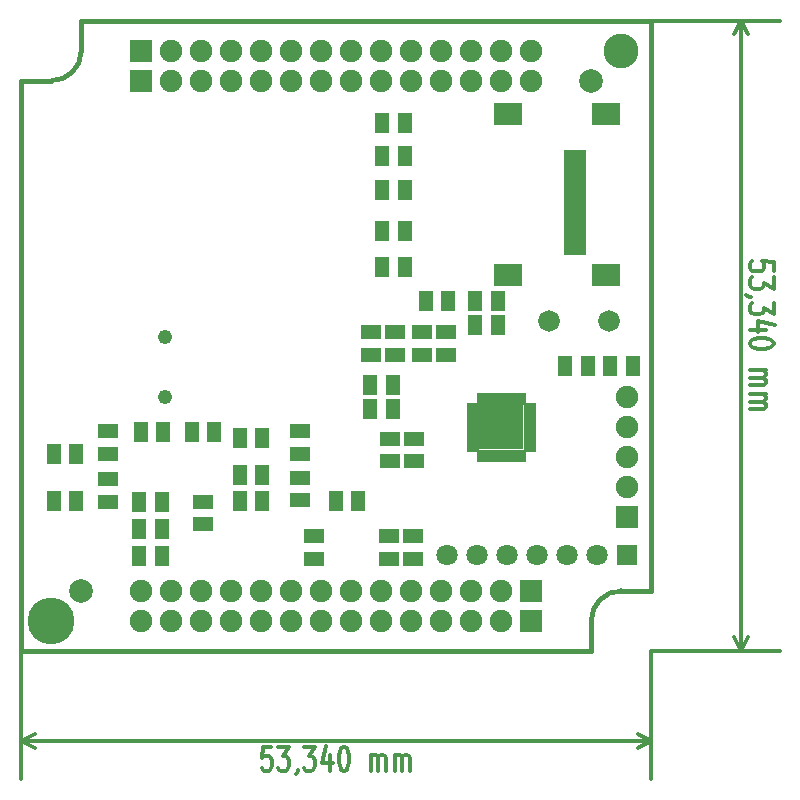
<source format=gts>
G04 (created by PCBNEW (2013-mar-13)-testing) date Tue 30 Jul 2013 04:19:20 PM CEST*
%MOIN*%
G04 Gerber Fmt 3.4, Leading zero omitted, Abs format*
%FSLAX34Y34*%
G01*
G70*
G90*
G04 APERTURE LIST*
%ADD10C,0.005906*%
%ADD11C,0.015000*%
%ADD12C,0.012000*%
%ADD13C,0.078740*%
%ADD14R,0.075100X0.075100*%
%ADD15C,0.075100*%
%ADD16C,0.156000*%
%ADD17R,0.094740X0.073087*%
%ADD18R,0.075055X0.047496*%
%ADD19C,0.116000*%
%ADD20R,0.039600X0.025800*%
%ADD21R,0.025800X0.039600*%
%ADD22R,0.145900X0.145900*%
%ADD23R,0.051000X0.071000*%
%ADD24R,0.071000X0.051000*%
%ADD25R,0.071000X0.071000*%
%ADD26C,0.071000*%
%ADD27C,0.072000*%
%ADD28C,0.048000*%
G04 APERTURE END LIST*
G54D10*
G54D11*
X19000Y-40000D02*
X19000Y-21000D01*
X38000Y-40000D02*
X19000Y-40000D01*
X40000Y-19000D02*
X40000Y-38000D01*
X21000Y-19000D02*
X40000Y-19000D01*
X39000Y-38000D02*
X40000Y-38000D01*
X38000Y-39500D02*
X38000Y-40000D01*
X19500Y-21000D02*
X19000Y-21000D01*
X21000Y-19500D02*
X21000Y-19000D01*
X20000Y-21000D02*
X19500Y-21000D01*
X21000Y-20000D02*
X21000Y-19500D01*
X38000Y-39000D02*
X38000Y-39500D01*
X39000Y-38000D02*
G75*
G03X38000Y-39000I0J-1000D01*
G74*
G01*
X20000Y-21000D02*
G75*
G03X21000Y-20000I0J1000D01*
G74*
G01*
G54D12*
X44077Y-27328D02*
X44077Y-27042D01*
X43696Y-27014D01*
X43734Y-27042D01*
X43772Y-27099D01*
X43772Y-27242D01*
X43734Y-27299D01*
X43696Y-27328D01*
X43619Y-27357D01*
X43429Y-27357D01*
X43353Y-27328D01*
X43315Y-27299D01*
X43277Y-27242D01*
X43277Y-27099D01*
X43315Y-27042D01*
X43353Y-27014D01*
X44077Y-27557D02*
X44077Y-27928D01*
X43772Y-27728D01*
X43772Y-27814D01*
X43734Y-27871D01*
X43696Y-27899D01*
X43619Y-27928D01*
X43429Y-27928D01*
X43353Y-27899D01*
X43315Y-27871D01*
X43277Y-27814D01*
X43277Y-27642D01*
X43315Y-27585D01*
X43353Y-27557D01*
X43315Y-28214D02*
X43277Y-28214D01*
X43200Y-28185D01*
X43162Y-28157D01*
X44077Y-28414D02*
X44077Y-28785D01*
X43772Y-28585D01*
X43772Y-28671D01*
X43734Y-28728D01*
X43696Y-28757D01*
X43619Y-28785D01*
X43429Y-28785D01*
X43353Y-28757D01*
X43315Y-28728D01*
X43277Y-28671D01*
X43277Y-28500D01*
X43315Y-28442D01*
X43353Y-28414D01*
X43810Y-29300D02*
X43277Y-29300D01*
X44115Y-29157D02*
X43543Y-29014D01*
X43543Y-29385D01*
X44077Y-29728D02*
X44077Y-29785D01*
X44039Y-29842D01*
X44000Y-29871D01*
X43924Y-29900D01*
X43772Y-29928D01*
X43581Y-29928D01*
X43429Y-29900D01*
X43353Y-29871D01*
X43315Y-29842D01*
X43277Y-29785D01*
X43277Y-29728D01*
X43315Y-29671D01*
X43353Y-29642D01*
X43429Y-29614D01*
X43581Y-29585D01*
X43772Y-29585D01*
X43924Y-29614D01*
X44000Y-29642D01*
X44039Y-29671D01*
X44077Y-29728D01*
X43277Y-30642D02*
X43810Y-30642D01*
X43734Y-30642D02*
X43772Y-30671D01*
X43810Y-30728D01*
X43810Y-30814D01*
X43772Y-30871D01*
X43696Y-30900D01*
X43277Y-30900D01*
X43696Y-30900D02*
X43772Y-30928D01*
X43810Y-30985D01*
X43810Y-31071D01*
X43772Y-31128D01*
X43696Y-31157D01*
X43277Y-31157D01*
X43277Y-31442D02*
X43810Y-31442D01*
X43734Y-31442D02*
X43772Y-31471D01*
X43810Y-31528D01*
X43810Y-31614D01*
X43772Y-31671D01*
X43696Y-31700D01*
X43277Y-31700D01*
X43696Y-31700D02*
X43772Y-31728D01*
X43810Y-31785D01*
X43810Y-31871D01*
X43772Y-31928D01*
X43696Y-31957D01*
X43277Y-31957D01*
X42999Y-19000D02*
X42999Y-40000D01*
X40000Y-19000D02*
X44279Y-19000D01*
X40000Y-40000D02*
X44279Y-40000D01*
X42999Y-40000D02*
X42769Y-39557D01*
X42999Y-40000D02*
X43229Y-39557D01*
X42999Y-19000D02*
X42769Y-19443D01*
X42999Y-19000D02*
X43229Y-19443D01*
X27328Y-43200D02*
X27042Y-43200D01*
X27014Y-43581D01*
X27042Y-43543D01*
X27099Y-43505D01*
X27242Y-43505D01*
X27299Y-43543D01*
X27328Y-43581D01*
X27357Y-43658D01*
X27357Y-43848D01*
X27328Y-43924D01*
X27299Y-43962D01*
X27242Y-44000D01*
X27099Y-44000D01*
X27042Y-43962D01*
X27014Y-43924D01*
X27557Y-43200D02*
X27928Y-43200D01*
X27728Y-43505D01*
X27814Y-43505D01*
X27871Y-43543D01*
X27899Y-43581D01*
X27928Y-43658D01*
X27928Y-43848D01*
X27899Y-43924D01*
X27871Y-43962D01*
X27814Y-44000D01*
X27642Y-44000D01*
X27585Y-43962D01*
X27557Y-43924D01*
X28214Y-43962D02*
X28214Y-44000D01*
X28185Y-44077D01*
X28157Y-44115D01*
X28414Y-43200D02*
X28785Y-43200D01*
X28585Y-43505D01*
X28671Y-43505D01*
X28728Y-43543D01*
X28757Y-43581D01*
X28785Y-43658D01*
X28785Y-43848D01*
X28757Y-43924D01*
X28728Y-43962D01*
X28671Y-44000D01*
X28500Y-44000D01*
X28442Y-43962D01*
X28414Y-43924D01*
X29300Y-43467D02*
X29300Y-44000D01*
X29157Y-43162D02*
X29014Y-43734D01*
X29385Y-43734D01*
X29728Y-43200D02*
X29785Y-43200D01*
X29842Y-43239D01*
X29871Y-43277D01*
X29900Y-43353D01*
X29928Y-43505D01*
X29928Y-43696D01*
X29900Y-43848D01*
X29871Y-43924D01*
X29842Y-43962D01*
X29785Y-44000D01*
X29728Y-44000D01*
X29671Y-43962D01*
X29642Y-43924D01*
X29614Y-43848D01*
X29585Y-43696D01*
X29585Y-43505D01*
X29614Y-43353D01*
X29642Y-43277D01*
X29671Y-43239D01*
X29728Y-43200D01*
X30642Y-44000D02*
X30642Y-43467D01*
X30642Y-43543D02*
X30671Y-43505D01*
X30728Y-43467D01*
X30814Y-43467D01*
X30871Y-43505D01*
X30900Y-43581D01*
X30900Y-44000D01*
X30900Y-43581D02*
X30928Y-43505D01*
X30985Y-43467D01*
X31071Y-43467D01*
X31128Y-43505D01*
X31157Y-43581D01*
X31157Y-44000D01*
X31442Y-44000D02*
X31442Y-43467D01*
X31442Y-43543D02*
X31471Y-43505D01*
X31528Y-43467D01*
X31614Y-43467D01*
X31671Y-43505D01*
X31700Y-43581D01*
X31700Y-44000D01*
X31700Y-43581D02*
X31728Y-43505D01*
X31785Y-43467D01*
X31871Y-43467D01*
X31928Y-43505D01*
X31957Y-43581D01*
X31957Y-44000D01*
X19000Y-42999D02*
X40000Y-42999D01*
X19000Y-40000D02*
X19000Y-44279D01*
X40000Y-40000D02*
X40000Y-44279D01*
X40000Y-42999D02*
X39557Y-43229D01*
X40000Y-42999D02*
X39557Y-42769D01*
X19000Y-42999D02*
X19443Y-43229D01*
X19000Y-42999D02*
X19443Y-42769D01*
G54D13*
X38000Y-21000D03*
X21000Y-38000D03*
G54D14*
X23000Y-20000D03*
G54D15*
X24000Y-20000D03*
X25000Y-20000D03*
X26000Y-20000D03*
X27000Y-20000D03*
X28000Y-20000D03*
X29000Y-20000D03*
X30000Y-20000D03*
X31000Y-20000D03*
X32000Y-20000D03*
X33000Y-20000D03*
X34000Y-20000D03*
X35000Y-20000D03*
X36000Y-20000D03*
G54D14*
X36000Y-39000D03*
G54D15*
X35000Y-39000D03*
X34000Y-39000D03*
X33000Y-39000D03*
X32000Y-39000D03*
X31000Y-39000D03*
X30000Y-39000D03*
X29000Y-39000D03*
X28000Y-39000D03*
X27000Y-39000D03*
X26000Y-39000D03*
X25000Y-39000D03*
X24000Y-39000D03*
X23000Y-39000D03*
G54D14*
X36000Y-38000D03*
G54D15*
X35000Y-38000D03*
X34000Y-38000D03*
X33000Y-38000D03*
X32000Y-38000D03*
X31000Y-38000D03*
X30000Y-38000D03*
X29000Y-38000D03*
X28000Y-38000D03*
X27000Y-38000D03*
X26000Y-38000D03*
X25000Y-38000D03*
X24000Y-38000D03*
X23000Y-38000D03*
G54D14*
X23000Y-21000D03*
G54D15*
X24000Y-21000D03*
X25000Y-21000D03*
X26000Y-21000D03*
X27000Y-21000D03*
X28000Y-21000D03*
X29000Y-21000D03*
X30000Y-21000D03*
X31000Y-21000D03*
X32000Y-21000D03*
X33000Y-21000D03*
X34000Y-21000D03*
X35000Y-21000D03*
X36000Y-21000D03*
G54D16*
X20000Y-39000D03*
G54D17*
X35218Y-27477D03*
X35218Y-22122D03*
X38486Y-22122D03*
X38486Y-27477D03*
G54D18*
X37462Y-23540D03*
X37462Y-23973D03*
X37462Y-24406D03*
X37462Y-24839D03*
X37462Y-25272D03*
X37462Y-25705D03*
X37462Y-26138D03*
X37462Y-26571D03*
G54D19*
X39000Y-20000D03*
G54D20*
X34056Y-31862D03*
X34056Y-32059D03*
X34056Y-32256D03*
X34056Y-32453D03*
X34056Y-32649D03*
X34056Y-32846D03*
X34056Y-33043D03*
X34056Y-33240D03*
G54D21*
X35098Y-33496D03*
X35294Y-33496D03*
X35491Y-33496D03*
X35688Y-33496D03*
G54D22*
X35000Y-32550D03*
G54D21*
X34311Y-33496D03*
X34508Y-33496D03*
X34705Y-33496D03*
X34901Y-33496D03*
G54D20*
X35944Y-33238D03*
X35945Y-33041D03*
X35945Y-32845D03*
X35945Y-32648D03*
X35945Y-32451D03*
X35945Y-32254D03*
X35945Y-32057D03*
X35945Y-31860D03*
G54D21*
X35689Y-31605D03*
X35492Y-31605D03*
X35295Y-31605D03*
X35099Y-31605D03*
X34902Y-31605D03*
X34705Y-31605D03*
X34508Y-31605D03*
X34311Y-31605D03*
G54D23*
X20825Y-33450D03*
X20075Y-33450D03*
X26275Y-34150D03*
X27025Y-34150D03*
G54D24*
X25050Y-35025D03*
X25050Y-35775D03*
X28750Y-36175D03*
X28750Y-36925D03*
G54D23*
X23675Y-35950D03*
X22925Y-35950D03*
X23675Y-36850D03*
X22925Y-36850D03*
X22925Y-35050D03*
X23675Y-35050D03*
X20825Y-35000D03*
X20075Y-35000D03*
G54D24*
X21900Y-34275D03*
X21900Y-35025D03*
X28300Y-33425D03*
X28300Y-32675D03*
X21900Y-32675D03*
X21900Y-33425D03*
G54D23*
X31025Y-27200D03*
X31775Y-27200D03*
G54D24*
X32050Y-36175D03*
X32050Y-36925D03*
X31250Y-36175D03*
X31250Y-36925D03*
G54D23*
X31025Y-22400D03*
X31775Y-22400D03*
X31025Y-23500D03*
X31775Y-23500D03*
X31025Y-24650D03*
X31775Y-24650D03*
X31025Y-26000D03*
X31775Y-26000D03*
G54D24*
X30650Y-30125D03*
X30650Y-29375D03*
G54D23*
X38625Y-30500D03*
X39375Y-30500D03*
X37125Y-30500D03*
X37875Y-30500D03*
X32475Y-28350D03*
X33225Y-28350D03*
X34125Y-29150D03*
X34875Y-29150D03*
X34125Y-28350D03*
X34875Y-28350D03*
G54D24*
X32350Y-30125D03*
X32350Y-29375D03*
X33150Y-30125D03*
X33150Y-29375D03*
X31450Y-30125D03*
X31450Y-29375D03*
G54D23*
X31375Y-31150D03*
X30625Y-31150D03*
X31375Y-31950D03*
X30625Y-31950D03*
G54D24*
X32100Y-33675D03*
X32100Y-32925D03*
X31300Y-33675D03*
X31300Y-32925D03*
G54D23*
X29475Y-35000D03*
X30225Y-35000D03*
X26275Y-35000D03*
X27025Y-35000D03*
G54D24*
X28300Y-34975D03*
X28300Y-34225D03*
G54D23*
X27025Y-32900D03*
X26275Y-32900D03*
G54D25*
X39200Y-36800D03*
G54D26*
X38200Y-36800D03*
X37200Y-36800D03*
X36200Y-36800D03*
X35200Y-36800D03*
X34200Y-36800D03*
X33200Y-36800D03*
G54D14*
X39200Y-35550D03*
G54D15*
X39200Y-34550D03*
X39200Y-33550D03*
X39200Y-32550D03*
X39200Y-31550D03*
G54D27*
X36600Y-29000D03*
X38600Y-29000D03*
G54D23*
X23725Y-32700D03*
X22975Y-32700D03*
X24675Y-32700D03*
X25425Y-32700D03*
G54D28*
X23800Y-29550D03*
X23800Y-31550D03*
M02*

</source>
